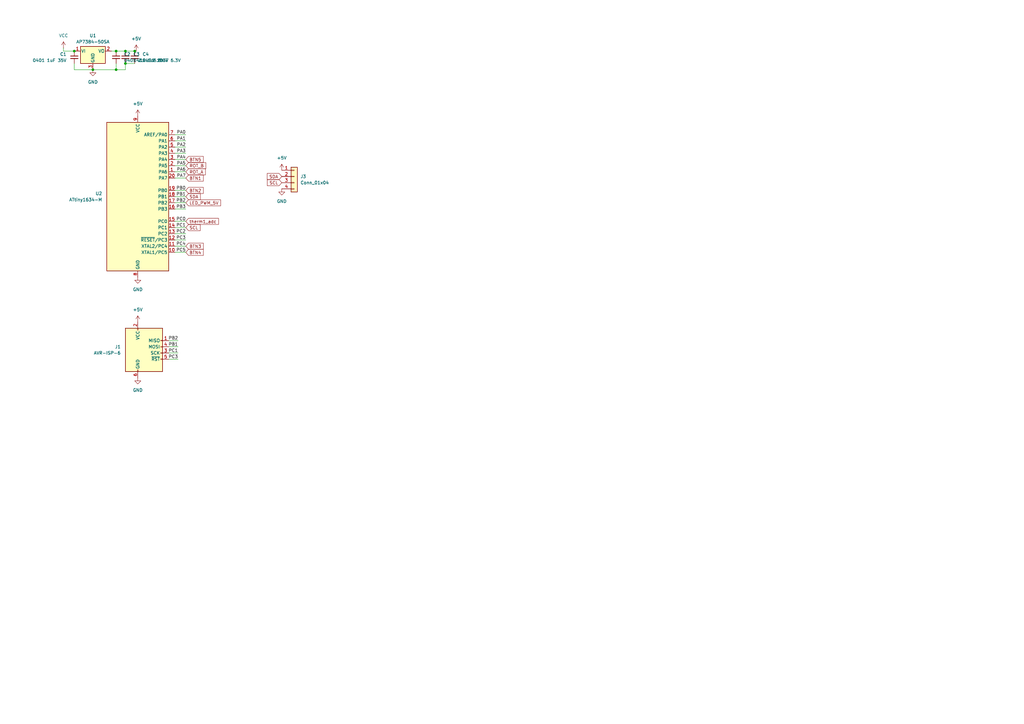
<source format=kicad_sch>
(kicad_sch (version 20231120) (generator "eeschema") (generator_version "8.0")
  (paper "A3")
  (lib_symbols
    (symbol "Connector:AVR-ISP-6" (pin_names (offset 1.016))
      (property "Reference" "J" (at -6.35 11.43 0))
      (property "Value" "AVR-ISP-6" (at 0 11.43 0))
      (symbol "AVR-ISP-6_0_1"
        (rectangle (start -2.667 -6.858) (end -2.413 -7.62))
        (rectangle (start -2.667 10.16) (end -2.413 9.398))
        (rectangle (start 7.62 -2.413) (end 6.858 -2.667))
        (rectangle (start 7.62 0.127) (end 6.858 -0.127))
        (rectangle (start 7.62 2.667) (end 6.858 2.413))
        (rectangle (start 7.62 5.207) (end 6.858 4.953))
        (rectangle (start 7.62 10.16) (end -7.62 -7.62) (stroke (width 0.254)) (fill (type background)))
      )
      (symbol "AVR-ISP-6_1_1"
        (pin passive line (at 10.16 5.08 180) (length 2.54) (name "MISO") (number "1"))
        (pin passive line (at -2.54 12.7 270) (length 2.54) (name "VCC") (number "2"))
        (pin passive line (at 10.16 0 180) (length 2.54) (name "SCK") (number "3"))
        (pin passive line (at 10.16 2.54 180) (length 2.54) (name "MOSI") (number "4"))
        (pin passive line (at 10.16 -2.54 180) (length 2.54) (name "~{RST}") (number "5"))
        (pin passive line (at -2.54 -10.16 90) (length 2.54) (name "GND") (number "6"))
      )
    )
    (symbol "Connector_Generic:Conn_01x04" (pin_names (offset 1.016) hide)
      (property "Reference" "J" (at 0 5.08 0))
      (property "Value" "Conn_01x04" (at 0 -7.62 0))
      (symbol "Conn_01x04_1_1"
        (rectangle (start -1.27 -4.953) (end 0 -5.207) (stroke (width 0.1524)))
        (rectangle (start -1.27 -2.413) (end 0 -2.667) (stroke (width 0.1524)))
        (rectangle (start -1.27 0.127) (end 0 -0.127) (stroke (width 0.1524)))
        (rectangle (start -1.27 2.667) (end 0 2.413) (stroke (width 0.1524)))
        (rectangle (start -1.27 3.81) (end 1.27 -6.35) (stroke (width 0.254)) (fill (type background)))
        (pin passive line (at -5.08 2.54 0) (length 3.81) (name "Pin_1") (number "1"))
        (pin passive line (at -5.08 0 0) (length 3.81) (name "Pin_2") (number "2"))
        (pin passive line (at -5.08 -2.54 0) (length 3.81) (name "Pin_3") (number "3"))
        (pin passive line (at -5.08 -5.08 0) (length 3.81) (name "Pin_4") (number "4"))
      )
    )
    (symbol "Device:C_Small" (pin_numbers hide) (pin_names (offset 0.254) hide)
      (property "Reference" "C" (at 0.254 1.778 0))
      (property "Value" "C_Small" (at 0.254 -2.032 0))
      (symbol "C_Small_0_1"
        (polyline (pts (xy -1.524 -0.508) (xy 1.524 -0.508)) (stroke (width 0.3302)))
        (polyline (pts (xy -1.524 0.508) (xy 1.524 0.508)) (stroke (width 0.3048)))
      )
      (symbol "C_Small_1_1"
        (pin passive line (at 0 2.54 270) (length 2.032) (name "~") (number "1"))
        (pin passive line (at 0 -2.54 90) (length 2.032) (name "~") (number "2"))
      )
    )
    (symbol "MCU_Microchip_ATtiny:ATtiny1634-M"
      (property "Reference" "U" (at -12.7 31.75 0))
      (property "Value" "ATtiny1634-M" (at 2.54 -31.75 0))
      (symbol "ATtiny1634-M_0_1"
        (rectangle (start -12.7 -30.48) (end 12.7 30.48) (stroke (width 0.254)) (fill (type background)))
      )
      (symbol "ATtiny1634-M_1_1"
        (pin bidirectional line (at 15.24 10.16 180) (length 2.54) (name "PA6") (number "1"))
        (pin bidirectional line (at 15.24 -22.86 180) (length 2.54) (name "XTAL1/PC5") (number "10"))
        (pin bidirectional line (at 15.24 -20.32 180) (length 2.54) (name "XTAL2/PC4") (number "11"))
        (pin bidirectional line (at 15.24 -17.78 180) (length 2.54) (name "~{RESET}/PC3") (number "12"))
        (pin bidirectional line (at 15.24 -15.24 180) (length 2.54) (name "PC2") (number "13"))
        (pin bidirectional line (at 15.24 -12.7 180) (length 2.54) (name "PC1") (number "14"))
        (pin bidirectional line (at 15.24 -10.16 180) (length 2.54) (name "PC0") (number "15"))
        (pin bidirectional line (at 15.24 -5.08 180) (length 2.54) (name "PB3") (number "16"))
        (pin bidirectional line (at 15.24 -2.54 180) (length 2.54) (name "PB2") (number "17"))
        (pin bidirectional line (at 15.24 0 180) (length 2.54) (name "PB1") (number "18"))
        (pin bidirectional line (at 15.24 2.54 180) (length 2.54) (name "PB0") (number "19"))
        (pin bidirectional line (at 15.24 12.7 180) (length 2.54) (name "PA5") (number "2"))
        (pin bidirectional line (at 15.24 7.62 180) (length 2.54) (name "PA7") (number "20"))
        (pin passive line (at 0 -33.02 90) (length 2.54) hide (name "GND") (number "21"))
        (pin bidirectional line (at 15.24 15.24 180) (length 2.54) (name "PA4") (number "3"))
        (pin bidirectional line (at 15.24 17.78 180) (length 2.54) (name "PA3") (number "4"))
        (pin bidirectional line (at 15.24 20.32 180) (length 2.54) (name "PA2") (number "5"))
        (pin bidirectional line (at 15.24 22.86 180) (length 2.54) (name "PA1") (number "6"))
        (pin bidirectional line (at 15.24 25.4 180) (length 2.54) (name "AREF/PA0") (number "7"))
        (pin power_in line (at 0 -33.02 90) (length 2.54) (name "GND") (number "8"))
        (pin power_in line (at 0 33.02 270) (length 2.54) (name "VCC") (number "9"))
      )
    )
    (symbol "Regulator_Linear:AP7384-50SA" (pin_names (offset 0.254))
      (property "Reference" "U" (at -3.81 3.175 0))
      (property "Value" "AP7384-50SA" (at 0 3.175 0))
      (symbol "AP7384-50SA_0_1"
        (rectangle (start -5.08 1.905) (end 5.08 -5.08) (stroke (width 0.254)) (fill (type background)))
      )
      (symbol "AP7384-50SA_1_1"
        (pin power_in line (at -7.62 0 0) (length 2.54) (name "VI") (number "1"))
        (pin power_out line (at 7.62 0 180) (length 2.54) (name "VO") (number "2"))
        (pin power_in line (at 0 -7.62 90) (length 2.54) (name "GND") (number "3"))
      )
    )
    (symbol "power:+5V" (power) (pin_numbers hide) (pin_names (offset 0) hide)
      (property "Value" "+5V" (at 0 3.556 0))
      (symbol "+5V_0_1"
        (polyline (pts (xy -0.762 1.27) (xy 0 2.54)))
        (polyline (pts (xy 0 0) (xy 0 2.54)))
        (polyline (pts (xy 0 2.54) (xy 0.762 1.27)))
      )
      (symbol "+5V_1_1"
        (pin power_in line (at 0 0 90) (length 0) (name "~") (number "1"))
      )
    )
    (symbol "power:GND" (power) (pin_numbers hide) (pin_names (offset 0) hide)
      (property "Value" "GND" (at 0 -3.81 0))
      (symbol "GND_0_1"
        (polyline (pts (xy 0 0) (xy 0 -1.27) (xy 1.27 -1.27) (xy 0 -2.54) (xy -1.27 -1.27) (xy 0 -1.27)))
      )
      (symbol "GND_1_1"
        (pin power_in line (at 0 0 270) (length 0) (name "~") (number "1"))
      )
    )
    (symbol "power:VCC" (power) (pin_numbers hide) (pin_names (offset 0) hide)
      (property "Value" "VCC" (at 0 3.556 0))
      (symbol "VCC_0_1"
        (polyline (pts (xy -0.762 1.27) (xy 0 2.54)))
        (polyline (pts (xy 0 0) (xy 0 2.54)))
        (polyline (pts (xy 0 2.54) (xy 0.762 1.27)))
      )
      (symbol "VCC_1_1"
        (pin power_in line (at 0 0 90) (length 0) (name "~") (number "1"))
      )
    )
  )
  (junction (at 30.48 20.955))
  (junction (at 55.245 20.955))
  (junction (at 51.435 20.955))
  (junction (at 51.435 26.035))
  (junction (at 38.1 28.575))
  (junction (at 47.625 28.575))
  (junction (at 47.625 20.955))
  (wire (pts (xy 76.2 80.645) (xy 71.755 80.645)))
  (wire (pts (xy 76.2 83.185) (xy 71.755 83.185)))
  (wire (pts (xy 76.2 57.785) (xy 71.755 57.785)))
  (wire (pts (xy 55.245 20.955) (xy 51.435 20.955)))
  (wire (pts (xy 76.2 65.405) (xy 71.755 65.405)))
  (wire (pts (xy 76.2 73.025) (xy 71.755 73.025)))
  (wire (pts (xy 51.435 28.575) (xy 47.625 28.575)))
  (wire (pts (xy 76.2 93.345) (xy 71.755 93.345)))
  (wire (pts (xy 55.88 20.955) (xy 55.245 20.955)))
  (wire (pts (xy 26.035 19.685) (xy 26.035 20.955)))
  (wire (pts (xy 76.2 62.865) (xy 71.755 62.865)))
  (wire (pts (xy 73.025 147.32) (xy 69.215 147.32)))
  (wire (pts (xy 76.2 90.805) (xy 71.755 90.805)))
  (wire (pts (xy 47.625 20.955) (xy 45.72 20.955)))
  (wire (pts (xy 76.2 78.105) (xy 71.755 78.105)))
  (wire (pts (xy 76.2 103.505) (xy 71.755 103.505)))
  (wire (pts (xy 30.48 26.035) (xy 30.48 28.575)))
  (wire (pts (xy 73.025 142.24) (xy 69.215 142.24)))
  (wire (pts (xy 76.2 98.425) (xy 71.755 98.425)))
  (wire (pts (xy 73.025 139.7) (xy 69.215 139.7)))
  (wire (pts (xy 76.2 95.885) (xy 71.755 95.885)))
  (wire (pts (xy 26.035 20.955) (xy 30.48 20.955)))
  (wire (pts (xy 30.48 28.575) (xy 38.1 28.575)))
  (wire (pts (xy 76.2 85.725) (xy 71.755 85.725)))
  (wire (pts (xy 76.2 60.325) (xy 71.755 60.325)))
  (wire (pts (xy 76.2 55.245) (xy 71.755 55.245)))
  (wire (pts (xy 55.245 26.035) (xy 51.435 26.035)))
  (wire (pts (xy 51.435 20.955) (xy 47.625 20.955)))
  (wire (pts (xy 76.2 67.945) (xy 71.755 67.945)))
  (wire (pts (xy 73.025 144.78) (xy 69.215 144.78)))
  (wire (pts (xy 47.625 28.575) (xy 38.1 28.575)))
  (wire (pts (xy 51.435 26.035) (xy 51.435 28.575)))
  (wire (pts (xy 47.625 26.035) (xy 47.625 28.575)))
  (wire (pts (xy 76.2 100.965) (xy 71.755 100.965)))
  (wire (pts (xy 76.2 70.485) (xy 71.755 70.485)))
  (label "PC3" (at 73.025 147.32 180))
  (label "PA0" (at 76.2 55.245 180))
  (label "PA1" (at 76.2 57.785 180))
  (label "PA3" (at 76.2 62.865 180))
  (label "PB0" (at 76.2 78.105 180))
  (label "PA4" (at 76.2 65.405 180))
  (label "PC0" (at 76.2 90.805 180))
  (label "PB3" (at 76.2 85.725 180))
  (label "PA7" (at 76.2 73.025 180))
  (label "PC4" (at 76.2 100.965 180))
  (label "PC1" (at 76.2 93.345 180))
  (label "PB2" (at 76.2 83.185 180))
  (label "PA2" (at 76.2 60.325 180))
  (label "PB1" (at 76.2 80.645 180))
  (label "PC5" (at 76.2 103.505 180))
  (label "PA5" (at 76.2 67.945 180))
  (label "PB1" (at 73.025 142.24 180))
  (label "PC2" (at 76.2 95.885 180))
  (label "PC3" (at 76.2 98.425 180))
  (label "PA6" (at 76.2 70.485 180))
  (label "PB2" (at 73.025 139.7 180))
  (label "PC1" (at 73.025 144.78 180))
  (global_label "BTN4" (shape input) (at 76.2 103.505 0) (property "Intersheetrefs" "${INTERSHEET_REFS}" (effects (hide yes))))
  (global_label "BTN2" (shape input) (at 76.2 78.105 0) (property "Intersheetrefs" "${INTERSHEET_REFS}" (effects (hide yes))))
  (global_label "ROT_A" (shape input) (at 76.2 70.485 0) (property "Intersheetrefs" "${INTERSHEET_REFS}" (effects (hide yes))))
  (global_label "LED_PWM_5V" (shape input) (at 76.2 83.185 0) (property "Intersheetrefs" "${INTERSHEET_REFS}" (effects (hide yes))))
  (global_label "SDA" (shape input) (at 76.2 80.645 0) (property "Intersheetrefs" "${INTERSHEET_REFS}" (effects (hide yes))))
  (global_label "ROT_B" (shape input) (at 76.2 67.945 0) (property "Intersheetrefs" "${INTERSHEET_REFS}" (effects (hide yes))))
  (global_label "therm1_adc" (shape input) (at 76.2 90.805 0) (property "Intersheetrefs" "${INTERSHEET_REFS}" (effects (hide yes))))
  (global_label "BTN5" (shape input) (at 76.2 65.405 0) (property "Intersheetrefs" "${INTERSHEET_REFS}" (effects (hide yes))))
  (global_label "SCL" (shape input) (at 76.2 93.345 0) (property "Intersheetrefs" "${INTERSHEET_REFS}" (effects (hide yes))))
  (global_label "SDA" (shape input) (at 115.57 72.39 180) (property "Intersheetrefs" "${INTERSHEET_REFS}" (effects (hide yes))))
  (global_label "BTN3" (shape input) (at 76.2 100.965 0) (property "Intersheetrefs" "${INTERSHEET_REFS}" (effects (hide yes))))
  (global_label "SCL" (shape input) (at 115.57 74.93 180) (property "Intersheetrefs" "${INTERSHEET_REFS}" (effects (hide yes))))
  (global_label "BTN1" (shape input) (at 76.2 73.025 0) (property "Intersheetrefs" "${INTERSHEET_REFS}" (effects (hide yes))))
  (symbol (lib_id "Device:C_Small") (at 51.435 23.495 0) (unit 1)
    (property "Reference" "C3" (at 54.61 22.2312 0) (effects (justify left)))
    (property "Value" "0401 1uF 6.3V" (at 54.61 24.7712 0) (effects (justify left)))
    (property "Footprint" "Capacitor_SMD:C_0402_1005Metric" (effects (hide yes)))
    (property "Description" "Unpolarized capacitor, small symbol" (effects (hide yes)))
  )
  (symbol (lib_id "Regulator_Linear:AP7384-50SA") (at 38.1 20.955 0) (unit 1)
    (property "Reference" "U1" (at 38.1 14.605 0))
    (property "Value" "AP7384-50SA" (at 38.1 17.145 0))
    (property "Footprint" "Package_TO_SOT_SMD:SOT-23" (effects (hide yes)))
    (property "Datasheet" "https://www.diodes.com/assets/Datasheets/AP7384.pdf" (effects (hide yes)))
    (property "Description" "50mA Low Dropout Voltage Regulator, Fixed Output 5V, Wide Input Voltage Range 40V, SOT-23" (effects (hide yes)))
  )
  (symbol (lib_id "power:+5V") (at 55.88 20.955 0) (unit 1)
    (property "Reference" "#PWR03" (effects (hide yes)))
    (property "Value" "+5V" (at 55.88 15.875 0))
    (property "Description" "Power symbol creates a global label with name \"+5V\"" (effects (hide yes)))
  )
  (symbol (lib_id "Device:C_Small") (at 30.48 23.495 0) (mirror y) (unit 1)
    (property "Reference" "C1" (at 27.305 22.2312 0) (effects (justify left)))
    (property "Value" "0401 1uF 35V" (at 27.305 24.7712 0) (effects (justify left)))
    (property "Footprint" "Capacitor_SMD:C_0402_1005Metric" (effects (hide yes)))
    (property "Description" "Unpolarized capacitor, small symbol" (effects (hide yes)))
  )
  (symbol (lib_id "power:GND") (at 38.1 28.575 0) (unit 1)
    (property "Reference" "#PWR02" (effects (hide yes)))
    (property "Value" "GND" (at 38.1 33.655 0))
    (property "Description" "Power symbol creates a global label with name \"GND\" , ground" (effects (hide yes)))
  )
  (symbol (lib_id "power:VCC") (at 26.035 19.685 0) (unit 1)
    (property "Reference" "#PWR01" (effects (hide yes)))
    (property "Value" "VCC" (at 26.035 14.605 0))
    (property "Description" "Power symbol creates a global label with name \"VCC\"" (effects (hide yes)))
  )
  (symbol (lib_id "power:GND") (at 56.515 113.665 0) (unit 1)
    (property "Reference" "#PWR05" (effects (hide yes)))
    (property "Value" "GND" (at 56.515 118.745 0))
    (property "Description" "Power symbol creates a global label with name \"GND\" , ground" (effects (hide yes)))
  )
  (symbol (lib_id "power:GND") (at 56.515 154.94 0) (unit 1)
    (property "Reference" "#PWR07" (effects (hide yes)))
    (property "Value" "GND" (at 56.515 160.02 0))
    (property "Description" "Power symbol creates a global label with name \"GND\" , ground" (effects (hide yes)))
  )
  (symbol (lib_id "power:GND") (at 115.57 77.47 0) (unit 1)
    (property "Reference" "#PWR014" (effects (hide yes)))
    (property "Value" "GND" (at 115.57 82.55 0))
    (property "Description" "Power symbol creates a global label with name \"GND\" , ground" (effects (hide yes)))
  )
  (symbol (lib_id "Connector:AVR-ISP-6") (at 59.055 144.78 0) (unit 1)
    (property "Reference" "J1" (at 49.53 142.2399 0) (effects (justify right)))
    (property "Value" "AVR-ISP-6" (at 49.53 144.7799 0) (effects (justify right)))
    (property "Footprint" "Connector_IDC:IDC-Header_2x03_P2.54mm_Vertical" (effects (hide yes)))
    (property "Description" "Atmel 6-pin ISP connector" (effects (hide yes)))
  )
  (symbol (lib_id "power:+5V") (at 56.515 47.625 0) (unit 1)
    (property "Reference" "#PWR04" (effects (hide yes)))
    (property "Value" "+5V" (at 56.515 42.545 0))
    (property "Description" "Power symbol creates a global label with name \"+5V\"" (effects (hide yes)))
  )
  (symbol (lib_id "MCU_Microchip_ATtiny:ATtiny1634-M") (at 56.515 80.645 0) (unit 1)
    (property "Reference" "U2" (at 41.91 79.3749 0) (effects (justify right)))
    (property "Value" "ATtiny1634-M" (at 41.91 81.9149 0) (effects (justify right)))
    (property "Footprint" "Package_DFN_QFN:QFN-20-1EP_4x4mm_P0.5mm_EP2.6x2.6mm" (effects (hide yes)))
    (property "Datasheet" "http://ww1.microchip.com/downloads/en/DeviceDoc/Atmel-8303-8-bit-AVR-Microcontroller-tinyAVR-ATtiny1634_Datasheet.pdf" (effects (hide yes)))
    (property "Description" "12MHz, 16kB Flash, 1kB SRAM, 256B EEPROM, ADC, ACI, debugWIRE, QFN-20" (effects (hide yes)))
  )
  (symbol (lib_id "Device:C_Small") (at 47.625 23.495 0) (unit 1)
    (property "Reference" "C2" (at 50.8 22.2312 0) (effects (justify left)))
    (property "Value" "0401 2.2uF 6.3V" (at 50.8 24.7712 0) (effects (justify left)))
    (property "Footprint" "Capacitor_SMD:C_0402_1005Metric" (effects (hide yes)))
    (property "Description" "Unpolarized capacitor, small symbol" (effects (hide yes)))
  )
  (symbol (lib_id "power:+5V") (at 115.57 69.85 0) (unit 1)
    (property "Reference" "#PWR013" (effects (hide yes)))
    (property "Value" "+5V" (at 115.57 64.77 0))
    (property "Description" "Power symbol creates a global label with name \"+5V\"" (effects (hide yes)))
  )
  (symbol (lib_id "Connector_Generic:Conn_01x04") (at 120.65 72.39 0) (unit 1)
    (property "Reference" "J3" (at 123.19 72.3899 0) (effects (justify left)))
    (property "Value" "Conn_01x04" (at 123.19 74.9299 0) (effects (justify left)))
    (property "Footprint" "Connector_PinHeader_1.00mm:PinHeader_1x04_P1.00mm_Vertical" (effects (hide yes)))
    (property "Description" "Generic connector, single row, 01x04, script generated (kicad-library-utils/schlib/autogen/connector/)" (effects (hide yes)))
  )
  (symbol (lib_id "Device:C_Small") (at 55.245 23.495 0) (unit 1)
    (property "Reference" "C4" (at 58.42 22.2312 0) (effects (justify left)))
    (property "Value" "0401 10uF 6.3V" (at 58.42 24.7712 0) (effects (justify left)))
    (property "Footprint" "Capacitor_SMD:C_0402_1005Metric" (effects (hide yes)))
    (property "Description" "Unpolarized capacitor, small symbol" (effects (hide yes)))
  )
  (symbol (lib_id "power:+5V") (at 56.515 132.08 0) (unit 1)
    (property "Reference" "#PWR06" (effects (hide yes)))
    (property "Value" "+5V" (at 56.515 127 0))
    (property "Description" "Power symbol creates a global label with name \"+5V\"" (effects (hide yes)))
  )
)
</source>
